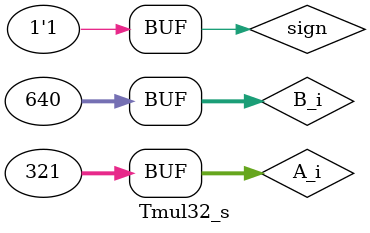
<source format=v>
`timescale 1ns / 1ps


module Tmul32_s;

	// Inputs
	reg sign;
	reg [31:0] A_i;
	reg [31:0] B_i;

	// Outputs
	wire [63:0] A_t;
	wire [63:0] B_t;

	// Instantiate the Unit Under Test (UUT)
	mul32_s uut (
		.sign(sign), 
		.A_i(A_i), 
		.B_i(B_i), 
		.A_t(A_t), 
		.B_t(B_t)
	);

	initial begin
		// Initialize Inputs
		sign = 0;
		A_i = 0;
		B_i = 0;

		// Wait 100 ns for global reset to finish
		#100;
		A_i = 32'hffffffff;
		B_i = 32'hffffffff;
		#100
		B_i = 32'h0;
		#100
		B_i = 32'h1;
		#100
		B_i = 32'h2;
		#100
		B_i = 32'h5a5a5a5a;
		A_i = 32'ha5a5a5a5;
		#100
		A_i = 32'd321;
		B_i = 32'd640;
		
		#100;
		sign = 1;
		A_i = 32'hffffffff;
		B_i = 32'hffffffff;
		#100
		B_i = 32'h0;
		#100
		B_i = 32'h1;
		#100
		B_i = 32'h2;
		#100
		B_i = 32'h5a5a5a5a;
		A_i = 32'ha5a5a5a5;
		#100
		A_i = 32'd321;
		B_i = 32'd640;
		// Add stimulus here
	end
      
endmodule


</source>
